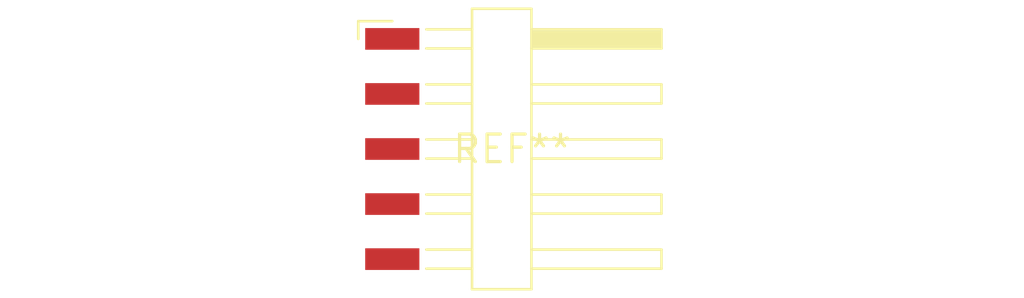
<source format=kicad_pcb>
(kicad_pcb (version 20240108) (generator pcbnew)
  (layers (0 "F.Cu" signal) (31 "B.Cu" signal) (34 "B.Paste" user) (35 "F.Paste" user) (36 "B.SilkS" user "B.Silkscreen") (37 "F.SilkS" user "F.Silkscreen") (38 "B.Mask" user) (39 "F.Mask" user) (44 "Edge.Cuts" user))
  (net 0 "")
  (footprint "Harwin_M20-89005xx_1x05_P2.54mm_Horizontal" (layer "F.Cu") (at 0 0)
    (property "Reference" "REF**")
    (property "Value" "Harwin_M20-89005xx_1x05_P2.54mm_Horizontal")
    (fp_line (start -7.095 -5.9) (end -5.525 -5.9) (layer "F.SilkS") (stroke (width 0.12)))
    (fp_line (start -7.095 -5.08) (end -7.095 -5.9) (layer "F.SilkS") (stroke (width 0.12)))
    (fp_line (start -3.955 -5.52) (end -1.845 -5.52) (layer "F.SilkS") (stroke (width 0.12)))
    (fp_line (start -3.955 -4.64) (end -1.845 -4.64) (layer "F.SilkS") (stroke (width 0.12)))
    (fp_line (start -3.955 -2.98) (end -1.845 -2.98) (layer "F.SilkS") (stroke (width 0.12)))
    (fp_line (start -3.955 -2.1) (end -1.845 -2.1) (layer "F.SilkS") (stroke (width 0.12)))
    (fp_line (start -3.955 -0.44) (end -1.845 -0.44) (layer "F.SilkS") (stroke (width 0.12)))
    (fp_line (start -3.955 0.44) (end -1.845 0.44) (layer "F.SilkS") (stroke (width 0.12)))
    (fp_line (start -3.955 2.1) (end -1.845 2.1) (layer "F.SilkS") (stroke (width 0.12)))
    (fp_line (start -3.955 2.98) (end -1.845 2.98) (layer "F.SilkS") (stroke (width 0.12)))
    (fp_line (start -3.955 4.64) (end -1.845 4.64) (layer "F.SilkS") (stroke (width 0.12)))
    (fp_line (start -3.955 5.52) (end -1.845 5.52) (layer "F.SilkS") (stroke (width 0.12)))
    (fp_line (start -1.845 -6.47) (end 0.895 -6.47) (layer "F.SilkS") (stroke (width 0.12)))
    (fp_line (start -1.845 6.47) (end -1.845 -6.47) (layer "F.SilkS") (stroke (width 0.12)))
    (fp_line (start 0.895 -6.47) (end 0.895 6.47) (layer "F.SilkS") (stroke (width 0.12)))
    (fp_line (start 0.895 -5.52) (end 6.895 -5.52) (layer "F.SilkS") (stroke (width 0.12)))
    (fp_line (start 0.895 -2.98) (end 6.895 -2.98) (layer "F.SilkS") (stroke (width 0.12)))
    (fp_line (start 0.895 -0.44) (end 6.895 -0.44) (layer "F.SilkS") (stroke (width 0.12)))
    (fp_line (start 0.895 2.1) (end 6.895 2.1) (layer "F.SilkS") (stroke (width 0.12)))
    (fp_line (start 0.895 4.64) (end 6.895 4.64) (layer "F.SilkS") (stroke (width 0.12)))
    (fp_line (start 0.895 6.47) (end -1.845 6.47) (layer "F.SilkS") (stroke (width 0.12)))
    (fp_line (start 6.895 -5.52) (end 6.895 -4.64) (layer "F.SilkS") (stroke (width 0.12)))
    (fp_line (start 6.895 -4.64) (end 0.895 -4.64) (layer "F.SilkS") (stroke (width 0.12)))
    (fp_line (start 6.895 -2.98) (end 6.895 -2.1) (layer "F.SilkS") (stroke (width 0.12)))
    (fp_line (start 6.895 -2.1) (end 0.895 -2.1) (layer "F.SilkS") (stroke (width 0.12)))
    (fp_line (start 6.895 -0.44) (end 6.895 0.44) (layer "F.SilkS") (stroke (width 0.12)))
    (fp_line (start 6.895 0.44) (end 0.895 0.44) (layer "F.SilkS") (stroke (width 0.12)))
    (fp_line (start 6.895 2.1) (end 6.895 2.98) (layer "F.SilkS") (stroke (width 0.12)))
    (fp_line (start 6.895 2.98) (end 0.895 2.98) (layer "F.SilkS") (stroke (width 0.12)))
    (fp_line (start 6.895 4.64) (end 6.895 5.52) (layer "F.SilkS") (stroke (width 0.12)))
    (fp_line (start 6.895 5.52) (end 0.895 5.52) (layer "F.SilkS") (stroke (width 0.12)))
    (pad "" smd rect (at 3.895 -5.08) (size 6 0.76) (layers "F.SilkS"))
    (pad "1" smd rect (at -5.525 -5.08) (size 2.5 1) (layers "F.Cu" "F.Paste" "F.Mask"))
    (pad "2" smd rect (at -5.525 -2.54) (size 2.5 1) (layers "F.Cu" "F.Paste" "F.Mask"))
    (pad "3" smd rect (at -5.525 0) (size 2.5 1) (layers "F.Cu" "F.Paste" "F.Mask"))
    (pad "4" smd rect (at -5.525 2.54) (size 2.5 1) (layers "F.Cu" "F.Paste" "F.Mask"))
    (pad "5" smd rect (at -5.525 5.08) (size 2.5 1) (layers "F.Cu" "F.Paste" "F.Mask"))
  )
)
</source>
